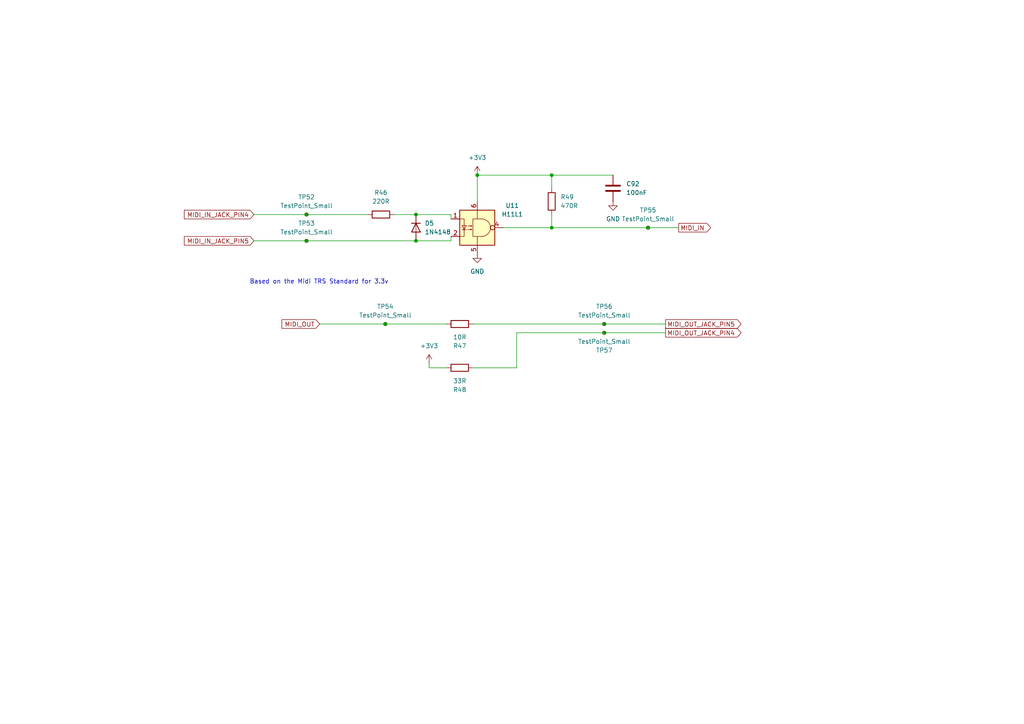
<source format=kicad_sch>
(kicad_sch (version 20250114) (generator "eeschema") (generator_version "9.0")
  (paper "A4")
  (lib_symbols
    (symbol "Connector:TestPoint_Small" (pin_numbers (hide yes)) (pin_names (offset 0.762) (hide yes))
      (property "Reference" "TP" (at 0 3.81 0))
      (property "Value" "TestPoint_Small" (at 0 2.032 0))
      (symbol "TestPoint_Small_0_1"
        (circle (center 0 0) (radius 0.508))
      )
      (symbol "TestPoint_Small_1_1"
        (pin passive line (at 0 0 90) (length 0) (name "1") (number "1"))
      )
    )
    (symbol "Device:C" (pin_numbers (hide yes)) (pin_names (offset 0.254))
      (property "Reference" "C" (at 0.635 2.54 0))
      (property "Value" "C" (at 0.635 -2.54 0))
      (symbol "C_0_1"
        (polyline (pts (xy -2.032 0.762) (xy 2.032 0.762)) (stroke (width 0.508)))
        (polyline (pts (xy -2.032 -0.762) (xy 2.032 -0.762)) (stroke (width 0.508)))
      )
      (symbol "C_1_1"
        (pin passive line (at 0 3.81 270) (length 2.794) (name "~") (number "1"))
        (pin passive line (at 0 -3.81 90) (length 2.794) (name "~") (number "2"))
      )
    )
    (symbol "Device:R" (pin_numbers (hide yes)) (pin_names (offset 0))
      (property "Reference" "R" (at 2.032 0 90))
      (property "Value" "R" (at 0 0 90))
      (symbol "R_0_1"
        (rectangle (start -1.016 -2.54) (end 1.016 2.54) (stroke (width 0.254)))
      )
      (symbol "R_1_1"
        (pin passive line (at 0 3.81 270) (length 1.27) (name "~") (number "1"))
        (pin passive line (at 0 -3.81 90) (length 1.27) (name "~") (number "2"))
      )
    )
    (symbol "Diode:1N4148" (pin_numbers (hide yes)) (pin_names (hide yes))
      (property "Reference" "D" (at 0 2.54 0))
      (property "Value" "1N4148" (at 0 -2.54 0))
      (symbol "1N4148_0_1"
        (polyline (pts (xy -1.27 1.27) (xy -1.27 -1.27)) (stroke (width 0.254)))
        (polyline (pts (xy 1.27 1.27) (xy 1.27 -1.27) (xy -1.27 0) (xy 1.27 1.27)) (stroke (width 0.254)))
        (polyline (pts (xy 1.27 0) (xy -1.27 0)))
      )
      (symbol "1N4148_1_1"
        (pin passive line (at -3.81 0 0) (length 2.54) (name "K") (number "1"))
        (pin passive line (at 3.81 0 180) (length 2.54) (name "A") (number "2"))
      )
    )
    (symbol "GND_1" (power) (pin_numbers (hide yes)) (pin_names (offset 0) (hide yes))
      (property "Value" "GND" (at 0 -3.81 0))
      (symbol "GND_1_0_1"
        (polyline (pts (xy 0 0) (xy 0 -1.27) (xy 1.27 -1.27) (xy 0 -2.54) (xy -1.27 -1.27) (xy 0 -1.27)))
      )
      (symbol "GND_1_1_1"
        (pin power_in line (at 0 0 270) (length 0) (name "~") (number "1"))
      )
    )
    (symbol "Isolator:H11L1" (pin_names (offset 1.016))
      (property "Reference" "U" (at 1.27 8.89 0))
      (property "Value" "H11L1" (at 1.27 6.35 0))
      (symbol "H11L1_0_1"
        (rectangle (start -5.08 5.08) (end 5.08 -5.08) (stroke (width 0.254)) (fill (type background)))
        (polyline (pts (xy -5.08 -2.54) (xy -3.81 -2.54) (xy -3.81 2.54) (xy -5.08 2.54)))
        (polyline (pts (xy -4.445 -0.635) (xy -3.175 -0.635)))
        (polyline (pts (xy -3.81 -0.635) (xy -4.445 0.635) (xy -3.175 0.635) (xy -3.81 -0.635)))
        (polyline (pts (xy -2.794 0.508) (xy -1.524 0.508) (xy -1.905 0.381) (xy -1.905 0.635) (xy -1.524 0.508)))
        (polyline (pts (xy -2.794 -0.508) (xy -1.524 -0.508) (xy -1.905 -0.635) (xy -1.905 -0.381) (xy -1.524 -0.508)))
        (polyline (pts (xy 0 2.54) (xy 0 5.08)))
        (polyline (pts (xy 0 -2.54) (xy 0 -5.08) (xy 0 -3.81)))
        (arc (start 1.27 2.54) (mid 3.799 0) (end 1.27 -2.54))
        (polyline (pts (xy 1.27 -2.54) (xy -1.27 -2.54) (xy -1.27 2.54) (xy 1.27 2.54)))
      )
      (symbol "H11L1_1_1"
        (pin passive line (at -7.62 2.54 0) (length 2.54) (name "~") (number "1"))
        (pin passive line (at -7.62 -2.54 0) (length 2.54) (name "~") (number "2"))
        (pin no_connect line (at -5.08 0 0) (length 2.54) (hide yes) (name "~") (number "3"))
        (pin power_in line (at 0 7.62 270) (length 2.54) (name "~") (number "6"))
        (pin power_in line (at 0 -7.62 90) (length 2.54) (name "~") (number "5"))
        (pin output inverted (at 7.62 0 180) (length 3.81) (name "~") (number "4"))
      )
    )
    (symbol "power:+3V3" (power) (pin_numbers (hide yes)) (pin_names (offset 0) (hide yes))
      (property "Value" "+3V3" (at 0 3.556 0))
      (symbol "+3V3_0_1"
        (polyline (pts (xy -0.762 1.27) (xy 0 2.54)))
        (polyline (pts (xy 0 2.54) (xy 0.762 1.27)))
        (polyline (pts (xy 0 0) (xy 0 2.54)))
      )
      (symbol "+3V3_1_1"
        (pin power_in line (at 0 0 90) (length 0) (name "~") (number "1"))
      )
    )
  )
  (text "Based on the Midi TRS Standard for 3.3v" (at 72.39 82.55 0) (effects (font (size 1.27 1.27)) (justify left bottom)))
  (junction (at 111.76 93.98))
  (junction (at 187.96 66.04))
  (junction (at 88.9 69.85))
  (junction (at 175.26 93.98))
  (junction (at 160.02 66.04))
  (junction (at 160.02 50.8))
  (junction (at 120.65 69.85))
  (junction (at 138.43 50.8))
  (junction (at 88.9 62.23))
  (junction (at 120.65 62.23))
  (junction (at 175.26 96.52))
  (wire (pts (xy 160.02 50.8) (xy 177.8 50.8)))
  (wire (pts (xy 120.65 62.23) (xy 130.81 62.23)))
  (wire (pts (xy 73.66 69.85) (xy 88.9 69.85)))
  (wire (pts (xy 129.54 93.98) (xy 111.76 93.98)))
  (wire (pts (xy 160.02 66.04) (xy 187.96 66.04)))
  (wire (pts (xy 129.54 106.68) (xy 124.46 106.68)))
  (wire (pts (xy 175.26 96.52) (xy 149.86 96.52)))
  (wire (pts (xy 187.96 66.04) (xy 196.85 66.04)))
  (wire (pts (xy 138.43 50.8) (xy 160.02 50.8)))
  (wire (pts (xy 149.86 106.68) (xy 149.86 96.52)))
  (wire (pts (xy 193.04 93.98) (xy 175.26 93.98)))
  (wire (pts (xy 138.43 50.8) (xy 138.43 58.42)))
  (wire (pts (xy 146.05 66.04) (xy 160.02 66.04)))
  (wire (pts (xy 160.02 50.8) (xy 160.02 54.61)))
  (wire (pts (xy 88.9 62.23) (xy 106.68 62.23)))
  (wire (pts (xy 130.81 62.23) (xy 130.81 63.5)))
  (wire (pts (xy 137.16 106.68) (xy 149.86 106.68)))
  (wire (pts (xy 73.66 62.23) (xy 88.9 62.23)))
  (wire (pts (xy 88.9 69.85) (xy 120.65 69.85)))
  (wire (pts (xy 114.3 62.23) (xy 120.65 62.23)))
  (wire (pts (xy 111.76 93.98) (xy 92.71 93.98)))
  (wire (pts (xy 175.26 93.98) (xy 137.16 93.98)))
  (wire (pts (xy 193.04 96.52) (xy 175.26 96.52)))
  (wire (pts (xy 160.02 62.23) (xy 160.02 66.04)))
  (wire (pts (xy 130.81 68.58) (xy 130.81 69.85)))
  (wire (pts (xy 120.65 69.85) (xy 130.81 69.85)))
  (wire (pts (xy 124.46 106.68) (xy 124.46 105.41)))
  (global_label "MIDI_IN" (shape output) (at 196.85 66.04 0) (property "Intersheetrefs" "${INTERSHEET_REFS}" (effects (hide yes))))
  (global_label "MIDI_OUT" (shape input) (at 92.71 93.98 180) (property "Intersheetrefs" "${INTERSHEET_REFS}" (effects (hide yes))))
  (global_label "MIDI_IN_JACK_PIN5" (shape input) (at 73.66 69.85 180) (property "Intersheetrefs" "${INTERSHEET_REFS}" (effects (hide yes))))
  (global_label "MIDI_OUT_JACK_PIN4" (shape output) (at 193.04 96.52 0) (property "Intersheetrefs" "${INTERSHEET_REFS}" (effects (hide yes))))
  (global_label "MIDI_OUT_JACK_PIN5" (shape output) (at 193.04 93.98 0) (property "Intersheetrefs" "${INTERSHEET_REFS}" (effects (hide yes))))
  (global_label "MIDI_IN_JACK_PIN4" (shape input) (at 73.66 62.23 180) (property "Intersheetrefs" "${INTERSHEET_REFS}" (effects (hide yes))))
  (symbol (lib_id "Connector:TestPoint_Small") (at 175.26 96.52 90) (mirror x) (unit 1)
    (property "Reference" "TP57" (at 175.26 101.6 90))
    (property "Value" "TestPoint_Small" (at 175.26 99.06 90))
    (property "Footprint" "TestPoint:TestPoint_Pad_D1.0mm" (effects (hide yes)))
    (property "Description" "test point" (effects (hide yes)))
  )
  (symbol (lib_id "Device:R") (at 133.35 106.68 270) (unit 1)
    (property "Reference" "R48" (at 133.35 113.03 90))
    (property "Value" "33R" (at 133.35 110.49 90))
    (property "Footprint" "Resistor_SMD:R_0603_1608Metric" (effects (hide yes)))
  )
  (symbol (lib_id "Connector:TestPoint_Small") (at 88.9 69.85 90) (unit 1)
    (property "Reference" "TP53" (at 88.9 64.77 90))
    (property "Value" "TestPoint_Small" (at 88.9 67.31 90))
    (property "Footprint" "TestPoint:TestPoint_Pad_D1.0mm" (effects (hide yes)))
    (property "Description" "test point" (effects (hide yes)))
  )
  (symbol (lib_id "Device:R") (at 160.02 58.42 0) (unit 1)
    (property "Reference" "R49" (at 162.56 57.1499 0) (effects (justify left)))
    (property "Value" "470R" (at 162.56 59.6899 0) (effects (justify left)))
    (property "Footprint" "Resistor_SMD:R_0603_1608Metric" (effects (hide yes)))
  )
  (symbol (lib_id "Isolator:H11L1") (at 138.43 66.04 0) (unit 1)
    (property "Reference" "U11" (at 148.59 59.6198 0))
    (property "Value" "H11L1" (at 148.59 62.1598 0))
    (property "Footprint" "Package_DIP:SMDIP-6_W9.53mm" (effects (hide yes)))
    (property "Datasheet" "https://www.onsemi.com/pub/Collateral/H11L3M-D.PDF" (effects (hide yes)))
    (property "Description" "Schmitt Trigger Output Optocoupler, High Speed, DIP-6, 1.6mA turn on threshold" (effects (hide yes)))
  )
  (symbol (lib_id "Connector:TestPoint_Small") (at 88.9 62.23 90) (unit 1)
    (property "Reference" "TP52" (at 88.9 57.15 90))
    (property "Value" "TestPoint_Small" (at 88.9 59.69 90))
    (property "Footprint" "TestPoint:TestPoint_Pad_D1.0mm" (effects (hide yes)))
    (property "Description" "test point" (effects (hide yes)))
  )
  (symbol (lib_id "Device:C") (at 177.8 54.61 0) (unit 1)
    (property "Reference" "C92" (at 181.61 53.3399 0) (effects (justify left)))
    (property "Value" "100nF" (at 181.61 55.8799 0) (effects (justify left)))
    (property "Footprint" "Capacitor_SMD:C_0603_1608Metric" (effects (hide yes)))
  )
  (symbol (lib_id "Connector:TestPoint_Small") (at 187.96 66.04 90) (unit 1)
    (property "Reference" "TP55" (at 187.96 60.96 90))
    (property "Value" "TestPoint_Small" (at 187.96 63.5 90))
    (property "Footprint" "TestPoint:TestPoint_Pad_D1.0mm" (effects (hide yes)))
    (property "Description" "test point" (effects (hide yes)))
  )
  (symbol (lib_id "Connector:TestPoint_Small") (at 175.26 93.98 90) (unit 1)
    (property "Reference" "TP56" (at 175.26 88.9 90))
    (property "Value" "TestPoint_Small" (at 175.26 91.44 90))
    (property "Footprint" "TestPoint:TestPoint_Pad_D1.0mm" (effects (hide yes)))
    (property "Description" "test point" (effects (hide yes)))
  )
  (symbol (lib_name "GND_1") (lib_id "power:GND") (at 177.8 58.42 0) (mirror y) (unit 1)
    (property "Reference" "#PWR0111" (effects (hide yes)))
    (property "Value" "GND" (at 177.8 63.5 0))
    (property "Description" "Power symbol creates a global label with name \"GND\" , ground" (effects (hide yes)))
  )
  (symbol (lib_name "GND_1") (lib_id "power:GND") (at 138.43 73.66 0) (mirror y) (unit 1)
    (property "Reference" "#PWR0110" (effects (hide yes)))
    (property "Value" "GND" (at 138.43 78.74 0))
    (property "Description" "Power symbol creates a global label with name \"GND\" , ground" (effects (hide yes)))
  )
  (symbol (lib_id "Diode:1N4148") (at 120.65 66.04 270) (unit 1)
    (property "Reference" "D5" (at 123.19 64.7699 90) (effects (justify left)))
    (property "Value" "1N4148" (at 123.19 67.3099 90) (effects (justify left)))
    (property "Footprint" "Diode_SMD:D_SOD-123" (effects (hide yes)))
    (property "Datasheet" "https://assets.nexperia.com/documents/data-sheet/1N4148_1N4448.pdf" (effects (hide yes)))
  )
  (symbol (lib_id "power:+3V3") (at 124.46 105.41 0) (unit 1)
    (property "Reference" "#PWR0108" (effects (hide yes)))
    (property "Value" "+3V3" (at 124.46 100.33 0))
    (property "Description" "Power symbol creates a global label with name \"+3V3\"" (effects (hide yes)))
  )
  (symbol (lib_id "Device:R") (at 133.35 93.98 270) (unit 1)
    (property "Reference" "R47" (at 133.35 100.33 90))
    (property "Value" "10R" (at 133.35 97.79 90))
    (property "Footprint" "Capacitor_SMD:C_0603_1608Metric" (effects (hide yes)))
  )
  (symbol (lib_id "Device:R") (at 110.49 62.23 90) (unit 1)
    (property "Reference" "R46" (at 110.49 55.88 90))
    (property "Value" "220R" (at 110.49 58.42 90))
    (property "Footprint" "Resistor_SMD:R_0603_1608Metric" (effects (hide yes)))
  )
  (symbol (lib_id "Connector:TestPoint_Small") (at 111.76 93.98 90) (unit 1)
    (property "Reference" "TP54" (at 111.76 88.9 90))
    (property "Value" "TestPoint_Small" (at 111.76 91.44 90))
    (property "Footprint" "TestPoint:TestPoint_Pad_D1.0mm" (effects (hide yes)))
    (property "Description" "test point" (effects (hide yes)))
  )
  (symbol (lib_id "power:+3V3") (at 138.43 50.8 0) (unit 1)
    (property "Reference" "#PWR0109" (effects (hide yes)))
    (property "Value" "+3V3" (at 138.43 45.72 0))
    (property "Description" "Power symbol creates a global label with name \"+3V3\"" (effects (hide yes)))
  )
)
</source>
